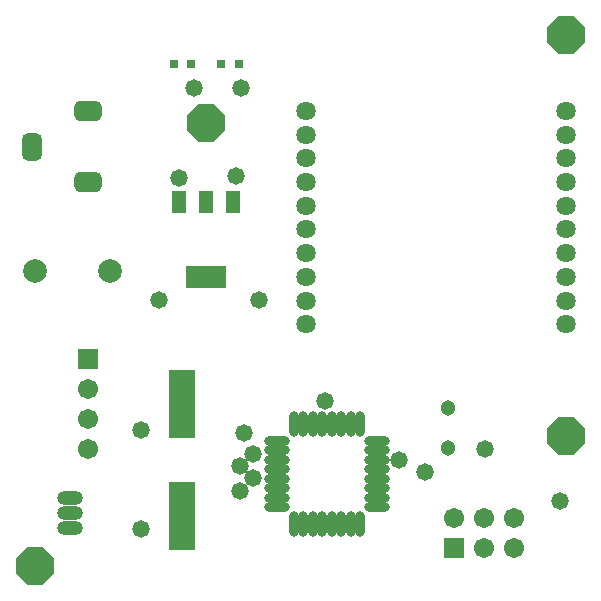
<source format=gts>
G04*
G04 #@! TF.GenerationSoftware,Altium Limited,Altium Designer,20.2.3 (150)*
G04*
G04 Layer_Color=8388736*
%FSLAX25Y25*%
%MOIN*%
G70*
G04*
G04 #@! TF.SameCoordinates,8FFD640F-7F79-43F8-94F3-B7E4D242D2E5*
G04*
G04*
G04 #@! TF.FilePolarity,Negative*
G04*
G01*
G75*
%ADD18R,0.03150X0.03150*%
%ADD22R,0.04540X0.07690*%
%ADD23R,0.13398X0.07690*%
%ADD24R,0.09068X0.22847*%
%ADD25O,0.03162X0.08477*%
%ADD26O,0.08477X0.03162*%
%ADD27P,0.13650X8X22.5*%
%ADD28C,0.07887*%
%ADD29C,0.05131*%
%ADD30O,0.08674X0.04737*%
%ADD31O,0.08674X0.04737*%
%ADD32C,0.06706*%
%ADD33R,0.06706X0.06706*%
%ADD34R,0.06706X0.06706*%
%ADD35C,0.06434*%
G04:AMPARAMS|DCode=36|XSize=90.68mil|YSize=67.06mil|CornerRadius=18.76mil|HoleSize=0mil|Usage=FLASHONLY|Rotation=90.000|XOffset=0mil|YOffset=0mil|HoleType=Round|Shape=RoundedRectangle|*
%AMROUNDEDRECTD36*
21,1,0.09068,0.02953,0,0,90.0*
21,1,0.05315,0.06706,0,0,90.0*
1,1,0.03753,0.01476,0.02657*
1,1,0.03753,0.01476,-0.02657*
1,1,0.03753,-0.01476,-0.02657*
1,1,0.03753,-0.01476,0.02657*
%
%ADD36ROUNDEDRECTD36*%
G04:AMPARAMS|DCode=37|XSize=90.68mil|YSize=67.06mil|CornerRadius=18.76mil|HoleSize=0mil|Usage=FLASHONLY|Rotation=0.000|XOffset=0mil|YOffset=0mil|HoleType=Round|Shape=RoundedRectangle|*
%AMROUNDEDRECTD37*
21,1,0.09068,0.02953,0,0,0.0*
21,1,0.05315,0.06706,0,0,0.0*
1,1,0.03753,0.02657,-0.01476*
1,1,0.03753,-0.02657,-0.01476*
1,1,0.03753,-0.02657,0.01476*
1,1,0.03753,0.02657,0.01476*
%
%ADD37ROUNDEDRECTD37*%
%ADD38C,0.05800*%
D18*
X274756Y374165D02*
D03*
X268850D02*
D03*
X259008D02*
D03*
X253102D02*
D03*
D22*
X272984Y328102D02*
D03*
X263929D02*
D03*
X254874D02*
D03*
D23*
X263929Y303299D02*
D03*
D24*
X256055Y260976D02*
D03*
Y223575D02*
D03*
D25*
X293260Y254283D02*
D03*
X296409D02*
D03*
X299559D02*
D03*
X302709D02*
D03*
X305858D02*
D03*
X309008D02*
D03*
X312157D02*
D03*
X315307D02*
D03*
Y220819D02*
D03*
X312157D02*
D03*
X309008D02*
D03*
X305858D02*
D03*
X302709D02*
D03*
X299559D02*
D03*
X296409D02*
D03*
X293260D02*
D03*
D26*
X321016Y248575D02*
D03*
Y245425D02*
D03*
Y242276D02*
D03*
Y239126D02*
D03*
Y235976D02*
D03*
Y232827D02*
D03*
Y229677D02*
D03*
Y226528D02*
D03*
X287551D02*
D03*
Y229677D02*
D03*
Y232827D02*
D03*
Y235976D02*
D03*
Y239126D02*
D03*
Y242276D02*
D03*
Y245425D02*
D03*
Y248575D02*
D03*
D27*
X384008Y384008D02*
D03*
X206842Y206842D02*
D03*
X263929Y354480D02*
D03*
X384008Y250150D02*
D03*
D28*
X206842Y305268D02*
D03*
X232039D02*
D03*
D29*
X344638Y259598D02*
D03*
Y246213D02*
D03*
D30*
X218653Y229559D02*
D03*
Y219559D02*
D03*
D31*
Y224559D02*
D03*
D32*
X366449Y222748D02*
D03*
Y212748D02*
D03*
X356449Y222748D02*
D03*
Y212748D02*
D03*
X346449Y222748D02*
D03*
X224559Y246055D02*
D03*
Y256055D02*
D03*
Y266055D02*
D03*
D33*
X346449Y212748D02*
D03*
D34*
X224559Y276055D02*
D03*
D35*
X384008Y358606D02*
D03*
Y350701D02*
D03*
Y342795D02*
D03*
Y334890D02*
D03*
Y326984D02*
D03*
Y319079D02*
D03*
Y311173D02*
D03*
Y303268D02*
D03*
Y295362D02*
D03*
Y287457D02*
D03*
X297409D02*
D03*
Y295362D02*
D03*
Y303268D02*
D03*
Y311173D02*
D03*
Y319079D02*
D03*
Y326984D02*
D03*
Y334890D02*
D03*
Y342795D02*
D03*
Y350701D02*
D03*
Y358606D02*
D03*
D36*
X206055Y346606D02*
D03*
D37*
X224559Y358417D02*
D03*
Y334795D02*
D03*
D38*
X382039Y228496D02*
D03*
X273772Y336764D02*
D03*
X336764Y238339D02*
D03*
X328351Y242112D02*
D03*
X281646Y295425D02*
D03*
X275740Y366291D02*
D03*
X248181Y295425D02*
D03*
X255000Y336307D02*
D03*
X259992Y366291D02*
D03*
X303559Y261961D02*
D03*
X356892Y245934D02*
D03*
X242255Y219268D02*
D03*
X242276Y252118D02*
D03*
X279677Y244244D02*
D03*
X275371Y232066D02*
D03*
X275119Y240342D02*
D03*
X279677Y236244D02*
D03*
X276736Y251146D02*
D03*
M02*

</source>
